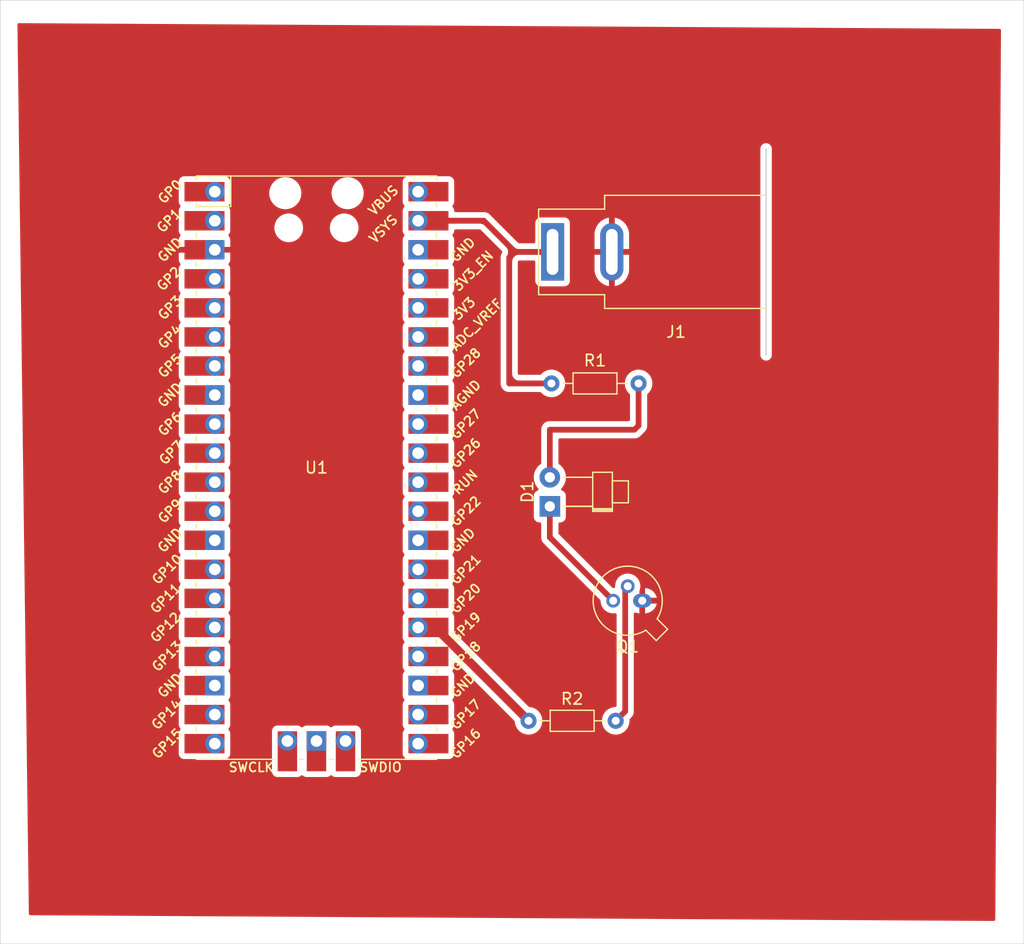
<source format=kicad_pcb>
(kicad_pcb (version 20240108) (generator "pcbnew") (generator_version "8.0")
  (layers (0 "F.Cu" signal) (31 "B.Cu" signal) (34 "B.Paste" user) (35 "F.Paste" user) (36 "B.SilkS" user "B.Silkscreen") (37 "F.SilkS" user "F.Silkscreen") (38 "B.Mask" user) (39 "F.Mask" user) (44 "Edge.Cuts" user))
  (net 0 "")
  (net 1 "GND")
  (net 2 "Net-(D1-K)")
  (net 3 "Net-(Q1-B)")
  (net 4 "Net-(U1-GPIO19)")
  (net 25 "VCC")
  (net 44 "Net-(D1-A)")
  (net 45 "unconnected-(U1-GND-Pad38)")
  (footprint "Resistor_THT:R_Axial_DIN0204_L3.6mm_D1.6mm_P7.62mm_Horizontal" (layer "F.Cu") (at 144.19 119.5)
    (property "Reference" "R2" (at 3.81 -1.92 0) (layer "F.SilkS"))
    (property "Value" "R_US")
    (fp_line (start 0.94 0) (end 1.89 0) (stroke (width 0.12)) (layer "F.SilkS"))
    (fp_line (start 1.89 -0.92) (end 1.89 0.92) (stroke (width 0.12)) (layer "F.SilkS"))
    (fp_line (start 1.89 0.92) (end 5.73 0.92) (stroke (width 0.12)) (layer "F.SilkS"))
    (fp_line (start 5.73 -0.92) (end 1.89 -0.92) (stroke (width 0.12)) (layer "F.SilkS"))
    (fp_line (start 5.73 0.92) (end 5.73 -0.92) (stroke (width 0.12)) (layer "F.SilkS"))
    (fp_line (start 6.68 0) (end 5.73 0) (stroke (width 0.12)) (layer "F.SilkS"))
    (pad "1" thru_hole circle (at 0 0) (size 1.4 1.4) (drill 0.7) (layers "*.Cu" "*.Mask") (net 4 "Net-(U1-GPIO19)"))
    (pad "2" thru_hole oval (at 7.62 0) (size 1.4 1.4) (drill 0.7) (layers "*.Cu" "*.Mask") (net 3 "Net-(Q1-B)"))
  )
  (footprint "Resistor_THT:R_Axial_DIN0204_L3.6mm_D1.6mm_P7.62mm_Horizontal" (layer "F.Cu") (at 146.19 90)
    (property "Reference" "R1" (at 3.81 -2 0) (layer "F.SilkS"))
    (property "Value" "R_US")
    (fp_line (start 0.94 0) (end 1.89 0) (stroke (width 0.12)) (layer "F.SilkS"))
    (fp_line (start 1.89 -0.92) (end 1.89 0.92) (stroke (width 0.12)) (layer "F.SilkS"))
    (fp_line (start 1.89 0.92) (end 5.73 0.92) (stroke (width 0.12)) (layer "F.SilkS"))
    (fp_line (start 5.73 -0.92) (end 1.89 -0.92) (stroke (width 0.12)) (layer "F.SilkS"))
    (fp_line (start 5.73 0.92) (end 5.73 -0.92) (stroke (width 0.12)) (layer "F.SilkS"))
    (fp_line (start 6.68 0) (end 5.73 0) (stroke (width 0.12)) (layer "F.SilkS"))
    (pad "1" thru_hole circle (at 0 0) (size 1.4 1.4) (drill 0.7) (layers "*.Cu" "*.Mask") (net 25 "VCC"))
    (pad "2" thru_hole oval (at 7.62 0) (size 1.4 1.4) (drill 0.7) (layers "*.Cu" "*.Mask") (net 44 "Net-(D1-A)"))
  )
  (footprint "LED_THT:LED_D1.8mm_W1.8mm_H2.4mm_Horizontal_O3.81mm_Z8.2mm" (layer "F.Cu") (at 146.05 100.75 90)
    (property "Reference" "D1" (at 1.27 -1.96 -90) (layer "F.SilkS"))
    (property "Value" "LED")
    (fp_line (start 2.54 1.08) (end 2.54 1.08) (stroke (width 0.12)) (layer "F.SilkS"))
    (fp_line (start 2.54 1.08) (end 2.54 3.75) (stroke (width 0.12)) (layer "F.SilkS"))
    (fp_line (start 0 1.08) (end 0 1.08) (stroke (width 0.12)) (layer "F.SilkS"))
    (fp_line (start 0 1.08) (end 0 3.75) (stroke (width 0.12)) (layer "F.SilkS"))
    (fp_line (start 2.98 3.75) (end -0.44 3.75) (stroke (width 0.12)) (layer "F.SilkS"))
    (fp_line (start 2.54 3.75) (end 2.54 1.08) (stroke (width 0.12)) (layer "F.SilkS"))
    (fp_line (start 2.54 3.75) (end 2.54 3.75) (stroke (width 0.12)) (layer "F.SilkS"))
    (fp_line (start 0 3.75) (end 0 1.08) (stroke (width 0.12)) (layer "F.SilkS"))
    (fp_line (start 0 3.75) (end 0 3.75) (stroke (width 0.12)) (layer "F.SilkS"))
    (fp_line (start -0.2 3.75) (end -0.2 5.47) (stroke (width 0.12)) (layer "F.SilkS"))
    (fp_line (start -0.32 3.75) (end -0.32 5.47) (stroke (width 0.12)) (layer "F.SilkS"))
    (fp_line (start -0.44 3.75) (end -0.44 5.47) (stroke (width 0.12)) (layer "F.SilkS"))
    (fp_line (start 2.98 5.47) (end 2.98 3.75) (stroke (width 0.12)) (layer "F.SilkS"))
    (fp_line (start 2.23 5.47) (end 0.31 5.47) (stroke (width 0.12)) (layer "F.SilkS"))
    (fp_line (start 0.31 5.47) (end 0.31 6.87) (stroke (width 0.12)) (layer "F.SilkS"))
    (fp_line (start -0.44 5.47) (end 2.98 5.47) (stroke (width 0.12)) (layer "F.SilkS"))
    (fp_line (start 2.23 6.87) (end 2.23 5.47) (stroke (width 0.12)) (layer "F.SilkS"))
    (fp_line (start 0.31 6.87) (end 2.23 6.87) (stroke (width 0.12)) (layer "F.SilkS"))
    (pad "1" thru_hole rect (at 0 0 90) (size 1.8 1.8) (drill 0.9) (layers "*.Cu" "*.Mask") (net 2 "Net-(D1-K)"))
    (pad "2" thru_hole circle (at 2.54 0 90) (size 1.8 1.8) (drill 0.9) (layers "*.Cu" "*.Mask") (net 44 "Net-(D1-A)"))
  )
  (footprint "MCU_RaspberryPi_and_Boards:RPi_Pico_SMD_TH" (layer "F.Cu") (at 125.645552 97.365552)
    (property "Reference" "U1" (at 0 0 0) (layer "F.SilkS"))
    (property "Value" "Pico")
    (fp_line (start -10.5 -25.5) (end -10.5 -25.2) (stroke (width 0.12)) (layer "F.SilkS"))
    (fp_line (start -10.5 -25.5) (end 10.5 -25.5) (stroke (width 0.12)) (layer "F.SilkS"))
    (fp_line (start -10.5 -23.1) (end -10.5 -22.7) (stroke (width 0.12)) (layer "F.SilkS"))
    (fp_line (start -10.5 -22.833) (end -7.493 -22.833) (stroke (width 0.12)) (layer "F.SilkS"))
    (fp_line (start -10.5 -20.5) (end -10.5 -20.1) (stroke (width 0.12)) (layer "F.SilkS"))
    (fp_line (start -10.5 -18) (end -10.5 -17.6) (stroke (width 0.12)) (layer "F.SilkS"))
    (fp_line (start -10.5 -15.4) (end -10.5 -15) (stroke (width 0.12)) (layer "F.SilkS"))
    (fp_line (start -10.5 -12.9) (end -10.5 -12.5) (stroke (width 0.12)) (layer "F.SilkS"))
    (fp_line (start -10.5 -10.4) (end -10.5 -10) (stroke (width 0.12)) (layer "F.SilkS"))
    (fp_line (start -10.5 -7.8) (end -10.5 -7.4) (stroke (width 0.12)) (layer "F.SilkS"))
    (fp_line (start -10.5 -5.3) (end -10.5 -4.9) (stroke (width 0.12)) (layer "F.SilkS"))
    (fp_line (start -10.5 -2.7) (end -10.5 -2.3) (stroke (width 0.12)) (layer "F.SilkS"))
    (fp_line (start -10.5 -0.2) (end -10.5 0.2) (stroke (width 0.12)) (layer "F.SilkS"))
    (fp_line (start -10.5 2.3) (end -10.5 2.7) (stroke (width 0.12)) (layer "F.SilkS"))
    (fp_line (start -10.5 4.9) (end -10.5 5.3) (stroke (width 0.12)) (layer "F.SilkS"))
    (fp_line (start -10.5 7.4) (end -10.5 7.8) (stroke (width 0.12)) (layer "F.SilkS"))
    (fp_line (start -10.5 10) (end -10.5 10.4) (stroke (width 0.12)) (layer "F.SilkS"))
    (fp_line (start -10.5 12.5) (end -10.5 12.9) (stroke (width 0.12)) (layer "F.SilkS"))
    (fp_line (start -10.5 15.1) (end -10.5 15.5) (stroke (width 0.12)) (layer "F.SilkS"))
    (fp_line (start -10.5 17.6) (end -10.5 18) (stroke (width 0.12)) (layer "F.SilkS"))
    (fp_line (start -10.5 20.1) (end -10.5 20.5) (stroke (width 0.12)) (layer "F.SilkS"))
    (fp_line (start -10.5 22.7) (end -10.5 23.1) (stroke (width 0.12)) (layer "F.SilkS"))
    (fp_line (start -7.493 -22.833) (end -7.493 -25.5) (stroke (width 0.12)) (layer "F.SilkS"))
    (fp_line (start -3.7 25.5) (end -10.5 25.5) (stroke (width 0.12)) (layer "F.SilkS"))
    (fp_line (start -1.5 25.5) (end -1.1 25.5) (stroke (width 0.12)) (layer "F.SilkS"))
    (fp_line (start 1.1 25.5) (end 1.5 25.5) (stroke (width 0.12)) (layer "F.SilkS"))
    (fp_line (start 10.5 -25.5) (end 10.5 -25.2) (stroke (width 0.12)) (layer "F.SilkS"))
    (fp_line (start 10.5 -23.1) (end 10.5 -22.7) (stroke (width 0.12)) (layer "F.SilkS"))
    (fp_line (start 10.5 -20.5) (end 10.5 -20.1) (stroke (width 0.12)) (layer "F.SilkS"))
    (fp_line (start 10.5 -18) (end 10.5 -17.6) (stroke (width 0.12)) (layer "F.SilkS"))
    (fp_line (start 10.5 -15.4) (end 10.5 -15) (stroke (width 0.12)) (layer "F.SilkS"))
    (fp_line (start 10.5 -12.9) (end 10.5 -12.5) (stroke (width 0.12)) (layer "F.SilkS"))
    (fp_line (start 10.5 -10.4) (end 10.5 -10) (stroke (width 0.12)) (layer "F.SilkS"))
    (fp_line (start 10.5 -7.8) (end 10.5 -7.4) (stroke (width 0.12)) (layer "F.SilkS"))
    (fp_line (start 10.5 -5.3) (end 10.5 -4.9) (stroke (width 0.12)) (layer "F.SilkS"))
    (fp_line (start 10.5 -2.7) (end 10.5 -2.3) (stroke (width 0.12)) (layer "F.SilkS"))
    (fp_line (start 10.5 -0.2) (end 10.5 0.2) (stroke (width 0.12)) (layer "F.SilkS"))
    (fp_line (start 10.5 2.3) (end 10.5 2.7) (stroke (width 0.12)) (layer "F.SilkS"))
    (fp_line (start 10.5 4.9) (end 10.5 5.3) (stroke (width 0.12)) (layer "F.SilkS"))
    (fp_line (start 10.5 7.4) (end 10.5 7.8) (stroke (width 0.12)) (layer "F.SilkS"))
    (fp_line (start 10.5 10) (end 10.5 10.4) (stroke (width 0.12)) (layer "F.SilkS"))
    (fp_line (start 10.5 12.5) (end 10.5 12.9) (stroke (width 0.12)) (layer "F.SilkS"))
    (fp_line (start 10.5 15.1) (end 10.5 15.5) (stroke (width 0.12)) (layer "F.SilkS"))
    (fp_line (start 10.5 17.6) (end 10.5 18) (stroke (width 0.12)) (layer "F.SilkS"))
    (fp_line (start 10.5 20.1) (end 10.5 20.5) (stroke (width 0.12)) (layer "F.SilkS"))
    (fp_line (start 10.5 22.7) (end 10.5 23.1) (stroke (width 0.12)) (layer "F.SilkS"))
    (fp_line (start 10.5 25.5) (end 3.7 25.5) (stroke (width 0.12)) (layer "F.SilkS"))
    (fp_text user "GP3" (at -12.8 -13.97 45) (layer "F.SilkS") (effects (font (size 0.8 0.8))))
    (fp_text user "SWCLK" (at -5.7 26.2 0) (layer "F.SilkS") (effects (font (size 0.8 0.8))))
    (fp_text user "GP0" (at -12.8 -24.13 45) (layer "F.SilkS") (effects (font (size 0.8 0.8))))
    (fp_text user "GND" (at -12.8 -6.35 45) (layer "F.SilkS") (effects (font (size 0.8 0.8))))
    (fp_text user "GP12" (at -13.2 13.97 45) (layer "F.SilkS") (effects (font (size 0.8 0.8))))
    (fp_text user "GP9" (at -12.8 3.81 45) (layer "F.SilkS") (effects (font (size 0.8 0.8))))
    (fp_text user "GP6" (at -12.8 -3.81 45) (layer "F.SilkS") (effects (font (size 0.8 0.8))))
    (fp_text user "GP17" (at 13.054 21.59 45) (layer "F.SilkS") (effects (font (size 0.8 0.8))))
    (fp_text user "GND" (at 12.8 6.35 45) (layer "F.SilkS") (effects (font (size 0.8 0.8))))
    (fp_text user "GP8" (at -12.8 1.27 45) (layer "F.SilkS") (effects (font (size 0.8 0.8))))
    (fp_text user "3V3" (at 12.9 -13.9 45) (layer "F.SilkS") (effects (font (size 0.8 0.8))))
    (fp_text user "GP20" (at 13.054 11.43 45) (layer "F.SilkS") (effects (font (size 0.8 0.8))))
    (fp_text user "GP11" (at -13.2 11.43 45) (layer "F.SilkS") (effects (font (size 0.8 0.8))))
    (fp_text user "GP15" (at -13.054 24.13 45) (layer "F.SilkS") (effects (font (size 0.8 0.8))))
    (fp_text user "GND" (at 12.8 -19.05 45) (layer "F.SilkS") (effects (font (size 0.8 0.8))))
    (fp_text user "GP14" (at -13.1 21.59 45) (layer "F.SilkS") (effects (font (size 0.8 0.8))))
    (fp_text user "RUN" (at 13 1.27 45) (layer "F.SilkS") (effects (font (size 0.8 0.8))))
    (fp_text user "GP26" (at 13.054 -1.27 45) (layer "F.SilkS") (effects (font (size 0.8 0.8))))
    (fp_text user "3V3_EN" (at 13.7 -17.2 45) (layer "F.SilkS") (effects (font (size 0.8 0.8))))
    (fp_text user "GP2" (at -12.9 -16.51 45) (layer "F.SilkS") (effects (font (size 0.8 0.8))))
    (fp_text user "GP4" (at -12.8 -11.43 45) (layer "F.SilkS") (effects (font (size 0.8 0.8))))
    (fp_text user "GP13" (at -13.054 16.51 45) (layer "F.SilkS") (effects (font (size 0.8 0.8))))
    (fp_text user "GND" (at -12.8 19.05 45) (layer "F.SilkS") (effects (font (size 0.8 0.8))))
    (fp_text user "GP7" (at -12.7 -1.3 45) (layer "F.SilkS") (effects (font (size 0.8 0.8))))
    (fp_text user "GND" (at 12.8 19.05 45) (layer "F.SilkS") (effects (font (size 0.8 0.8))))
    (fp_text user "GP19" (at 13.054 13.97 45) (layer "F.SilkS") (effects (font (size 0.8 0.8))))
    (fp_text user "GND" (at -12.8 -19.05 45) (layer "F.SilkS") (effects (font (size 0.8 0.8))))
    (fp_text user "GP21" (at 13.054 8.9 45) (layer "F.SilkS") (effects (font (size 0.8 0.8))))
    (fp_text user "GP16" (at 13.054 24.13 45) (layer "F.SilkS") (effects (font (size 0.8 0.8))))
    (fp_text user "ADC_VREF" (at 14 -12.5 45) (layer "F.SilkS") (effects (font (size 0.8 0.8))))
    (fp_text user "VBUS" (at 5.854448 -23.365552 45) (layer "F.SilkS") (effects (font (size 0.8 0.8))))
    (fp_text user "GP22" (at 13.054 3.81 45) (layer "F.SilkS") (effects (font (size 0.8 0.8))))
    (fp_text user "GP27" (at 13.054 -3.8 45) (layer "F.SilkS") (effects (font (size 0.8 0.8))))
    (fp_text user "GP1" (at -12.9 -21.6 45) (layer "F.SilkS") (effects (font (size 0.8 0.8))))
    (fp_text user "AGND" (at 13.054 -6.35 45) (layer "F.SilkS") (effects (font (size 0.8 0.8))))
    (fp_text user "GP10" (at -13.054 8.89 45) (layer "F.SilkS") (effects (font (size 0.8 0.8))))
    (fp_text user "GND" (at -12.8 6.35 45) (layer "F.SilkS") (effects (font (size 0.8 0.8))))
    (fp_text user "GP5" (at -12.8 -8.89 45) (layer "F.SilkS") (effects (font (size 0.8 0.8))))
    (fp_text user "SWDIO" (at 5.6 26.2 0) (layer "F.SilkS") (effects (font (size 0.8 0.8))))
    (fp_text user "GP28" (at 13.054 -9.144 45) (layer "F.SilkS") (effects (font (size 0.8 0.8))))
    (fp_text user "GP18" (at 13.054 16.51 45) (layer "F.SilkS") (effects (font (size 0.8 0.8))))
    (fp_text user "VSYS" (at 5.854448 -20.865552 45) (layer "F.SilkS") (effects (font (size 0.8 0.8))))
    (pad "" np_thru_hole oval (at -2.725 -24) (size 1.8 1.8) (drill 1.8) (layers "*.Cu" "*.Mask"))
    (pad "" np_thru_hole oval (at -2.425 -20.97) (size 1.5 1.5) (drill 1.5) (layers "*.Cu" "*.Mask"))
    (pad "" np_thru_hole oval (at 2.425 -20.97) (size 1.5 1.5) (drill 1.5) (layers "*.Cu" "*.Mask"))
    (pad "" np_thru_hole oval (at 2.725 -24) (size 1.8 1.8) (drill 1.8) (layers "*.Cu" "*.Mask"))
    (pad "1" thru_hole oval (at -8.89 -24.13) (size 1.7 1.7) (drill 1.02) (layers "*.Cu" "*.Mask"))
    (pad "1" smd rect (at -8.89 -24.13) (size 3.5 1.7) (drill (offset -0.9 0)) (layers "F.Cu" "F.Mask"))
    (pad "2" thru_hole oval (at -8.89 -21.59) (size 1.7 1.7) (drill 1.02) (layers "*.Cu" "*.Mask"))
    (pad "2" smd rect (at -8.89 -21.59) (size 3.5 1.7) (drill (offset -0.9 0)) (layers "F.Cu" "F.Mask"))
    (pad "3" thru_hole rect (at -8.89 -19.05) (size 1.7 1.7) (drill 1.02) (layers "*.Cu" "*.Mask") (net 1 "GND"))
    (pad "3" smd rect (at -8.89 -19.05) (size 3.5 1.7) (drill (offset -0.9 0)) (layers "F.Cu" "F.Mask") (net 1 "GND"))
    (pad "4" thru_hole oval (at -8.89 -16.51) (size 1.7 1.7) (drill 1.02) (layers "*.Cu" "*.Mask"))
    (pad "4" smd rect (at -8.89 -16.51) (size 3.5 1.7) (drill (offset -0.9 0)) (layers "F.Cu" "F.Mask"))
    (pad "5" thru_hole oval (at -8.89 -13.97) (size 1.7 1.7) (drill 1.02) (layers "*.Cu" "*.Mask"))
    (pad "5" smd rect (at -8.89 -13.97) (size 3.5 1.7) (drill (offset -0.9 0)) (layers "F.Cu" "F.Mask"))
    (pad "6" thru_hole oval (at -8.89 -11.43) (size 1.7 1.7) (drill 1.02) (layers "*.Cu" "*.Mask"))
    (pad "6" smd rect (at -8.89 -11.43) (size 3.5 1.7) (drill (offset -0.9 0)) (layers "F.Cu" "F.Mask"))
    (pad "7" thru_hole oval (at -8.89 -8.89) (size 1.7 1.7) (drill 1.02) (layers "*.Cu" "*.Mask"))
    (pad "7" smd rect (at -8.89 -8.89) (size 3.5 1.7) (drill (offset -0.9 0)) (layers "F.Cu" "F.Mask"))
    (pad "8" thru_hole rect (at -8.89 -6.35) (size 1.7 1.7) (drill 1.02) (layers "*.Cu" "*.Mask"))
    (pad "8" smd rect (at -8.89 -6.35) (size 3.5 1.7) (drill (offset -0.9 0)) (layers "F.Cu" "F.Mask"))
    (pad "9" thru_hole oval (at -8.89 -3.81) (size 1.7 1.7) (drill 1.02) (layers "*.Cu" "*.Mask"))
    (pad "9" smd rect (at -8.89 -3.81) (size 3.5 1.7) (drill (offset -0.9 0)) (layers "F.Cu" "F.Mask"))
    (pad "10" thru_hole oval (at -8.89 -1.27) (size 1.7 1.7) (drill 1.02) (layers "*.Cu" "*.Mask"))
    (pad "10" smd rect (at -8.89 -1.27) (size 3.5 1.7) (drill (offset -0.9 0)) (layers "F.Cu" "F.Mask"))
    (pad "11" thru_hole oval (at -8.89 1.27) (size 1.7 1.7) (drill 1.02) (layers "*.Cu" "*.Mask"))
    (pad "11" smd rect (at -8.89 1.27) (size 3.5 1.7) (drill (offset -0.9 0)) (layers "F.Cu" "F.Mask"))
    (pad "12" thru_hole oval (at -8.89 3.81) (size 1.7 1.7) (drill 1.02) (layers "*.Cu" "*.Mask"))
    (pad "12" smd rect (at -8.89 3.81) (size 3.5 1.7) (drill (offset -0.9 0)) (layers "F.Cu" "F.Mask"))
    (pad "13" thru_hole rect (at -8.89 6.35) (size 1.7 1.7) (drill 1.02) (layers "*.Cu" "*.Mask"))
    (pad "13" smd rect (at -8.89 6.35) (size 3.5 1.7) (drill (offset -0.9 0)) (layers "F.Cu" "F.Mask"))
    (pad "14" thru_hole oval (at -8.89 8.89) (size 1.7 1.7) (drill 1.02) (layers "*.Cu" "*.Mask"))
    (pad "14" smd rect (at -8.89 8.89) (size 3.5 1.7) (drill (offset -0.9 0)) (layers "F.Cu" "F.Mask"))
    (pad "15" thru_hole oval (at -8.89 11.43) (size 1.7 1.7) (drill 1.02) (layers "*.Cu" "*.Mask"))
    (pad "15" smd rect (at -8.89 11.43) (size 3.5 1.7) (drill (offset -0.9 0)) (layers "F.Cu" "F.Mask"))
    (pad "16" thru_hole oval (at -8.89 13.97) (size 1.7 1.7) (drill 1.02) (layers "*.Cu" "*.Mask"))
    (pad "16" smd rect (at -8.89 13.97) (size 3.5 1.7) (drill (offset -0.9 0)) (layers "F.Cu" "F.Mask"))
    (pad "17" thru_hole oval (at -8.89 16.51) (size 1.7 1.7) (drill 1.02) (layers "*.Cu" "*.Mask"))
    (pad "17" smd rect (at -8.89 16.51) (size 3.5 1.7) (drill (offset -0.9 0)) (layers "F.Cu" "F.Mask"))
    (pad "18" thru_hole rect (at -8.89 19.05) (size 1.7 1.7) (drill 1.02) (layers "*.Cu" "*.Mask"))
    (pad "18" smd rect (at -8.89 19.05) (size 3.5 1.7) (drill (offset -0.9 0)) (layers "F.Cu" "F.Mask"))
    (pad "19" thru_hole oval (at -8.89 21.59) (size 1.7 1.7) (drill 1.02) (layers "*.Cu" "*.Mask"))
    (pad "19" smd rect (at -8.89 21.59) (size 3.5 1.7) (drill (offset -0.9 0)) (layers "F.Cu" "F.Mask"))
    (pad "20" thru_hole oval (at -8.89 24.13) (size 1.7 1.7) (drill 1.02) (layers "*.Cu" "*.Mask"))
    (pad "20" smd rect (at -8.89 24.13) (size 3.5 1.7) (drill (offset -0.9 0)) (layers "F.Cu" "F.Mask"))
    (pad "21" thru_hole oval (at 8.89 24.13) (size 1.7 1.7) (drill 1.02) (layers "*.Cu" "*.Mask"))
    (pad "21" smd rect (at 8.89 24.13) (size 3.5 1.7) (drill (offset 0.9 0)) (layers "F.Cu" "F.Mask"))
    (pad "22" thru_hole oval (at 8.89 21.59) (size 1.7 1.7) (drill 1.02) (layers "*.Cu" "*.Mask"))
    (pad "22" smd rect (at 8.89 21.59) (size 3.5 1.7) (drill (offset 0.9 0)) (layers "F.Cu" "F.Mask"))
    (pad "23" thru_hole rect (at 8.89 19.05) (size 1.7 1.7) (drill 1.02) (layers "*.Cu" "*.Mask"))
    (pad "23" smd rect (at 8.89 19.05) (size 3.5 1.7) (drill (offset 0.9 0)) (layers "F.Cu" "F.Mask"))
    (pad "24" thru_hole oval (at 8.89 16.51) (size 1.7 1.7) (drill 1.02) (layers "*.Cu" "*.Mask") (net 4 "Net-(U1-GPIO19)"))
    (pad "24" smd rect (at 8.89 16.51) (size 3.5 1.7) (drill (offset 0.9 0)) (layers "F.Cu" "F.Mask") (net 4 "Net-(U1-GPIO19)"))
    (pad "25" thru_hole oval (at 8.89 13.97) (size 1.7 1.7) (drill 1.02) (layers "*.Cu" "*.Mask") (net 4 "Net-(U1-GPIO19)"))
    (pad "25" smd rect (at 8.89 13.97) (size 3.5 1.7) (drill (offset 0.9 0)) (layers "F.Cu" "F.Mask") (net 4 "Net-(U1-GPIO19)"))
    (pad "26" thru_hole oval (at 8.89 11.43) (size 1.7 1.7) (drill 1.02) (layers "*.Cu" "*.Mask"))
    (pad "26" smd rect (at 8.89 11.43) (size 3.5 1.7) (drill (offset 0.9 0)) (layers "F.Cu" "F.Mask"))
    (pad "27" thru_hole oval (at 8.89 8.89) (size 1.7 1.7) (drill 1.02) (layers "*.Cu" "*.Mask"))
    (pad "27" smd rect (at 8.89 8.89) (size 3.5 1.7) (drill (offset 0.9 0)) (layers "F.Cu" "F.Mask"))
    (pad "28" thru_hole rect (at 8.89 6.35) (size 1.7 1.7) (drill 1.02) (layers "*.Cu" "*.Mask"))
    (pad "28" smd rect (at 8.89 6.35) (size 3.5 1.7) (drill (offset 0.9 0)) (layers "F.Cu" "F.Mask"))
    (pad "29" thru_hole oval (at 8.89 3.81) (size 1.7 1.7) (drill 1.02) (layers "*.Cu" "*.Mask"))
    (pad "29" smd rect (at 8.89 3.81) (size 3.5 1.7) (drill (offset 0.9 0)) (layers "F.Cu" "F.Mask"))
    (pad "30" thru_hole oval (at 8.89 1.27) (size 1.7 1.7) (drill 1.02) (layers "*.Cu" "*.Mask"))
    (pad "30" smd rect (at 8.89 1.27) (size 3.5 1.7) (drill (offset 0.9 0)) (layers "F.Cu" "F.Mask"))
    (pad "31" thru_hole oval (at 8.89 -1.27) (size 1.7 1.7) (drill 1.02) (layers "*.Cu" "*.Mask"))
    (pad "31" smd rect (at 8.89 -1.27) (size 3.5 1.7) (drill (offset 0.9 0)) (layers "F.Cu" "F.Mask"))
    (pad "32" thru_hole oval (at 8.89 -3.81) (size 1.7 1.7) (drill 1.02) (layers "*.Cu" "*.Mask"))
    (pad "32" smd rect (at 8.89 -3.81) (size 3.5 1.7) (drill (offset 0.9 0)) (layers "F.Cu" "F.Mask"))
    (pad "33" thru_hole rect (at 8.89 -6.35) (size 1.7 1.7) (drill 1.02) (layers "*.Cu" "*.Mask"))
    (pad "33" smd rect (at 8.89 -6.35) (size 3.5 1.7) (drill (offset 0.9 0)) (layers "F.Cu" "F.Mask"))
    (pad "34" thru_hole oval (at 8.89 -8.89) (size 1.7 1.7) (drill 1.02) (layers "*.Cu" "*.Mask"))
    (pad "34" smd rect (at 8.89 -8.89) (size 3.5 1.7) (drill (offset 0.9 0)) (layers "F.Cu" "F.Mask"))
    (pad "35" thru_hole oval (at 8.89 -11.43) (size 1.7 1.7) (drill 1.02) (layers "*.Cu" "*.Mask"))
    (pad "35" smd rect (at 8.89 -11.43) (size 3.5 1.7) (drill (offset 0.9 0)) (layers "F.Cu" "F.Mask"))
    (pad "36" thru_hole oval (at 8.89 -13.97) (size 1.7 1.7) (drill 1.02) (layers "*.Cu" "*.Mask"))
    (pad "36" smd rect (at 8.89 -13.97) (size 3.5 1.7) (drill (offset 0.9 0)) (layers "F.Cu" "F.Mask"))
    (pad "37" thru_hole oval (at 8.89 -16.51) (size 1.7 1.7) (drill 1.02) (layers "*.Cu" "*.Mask"))
    (pad "37" smd rect (at 8.89 -16.51) (size 3.5 1.7) (drill (offset 0.9 0)) (layers "F.Cu" "F.Mask"))
    (pad "38" thru_hole rect (at 8.89 -19.05) (size 1.7 1.7) (drill 1.02) (layers "*.Cu" "*.Mask") (net 45 "unconnected-(U1-GND-Pad38)"))
    (pad "38" smd rect (at 8.89 -19.05) (size 3.5 1.7) (drill (offset 0.9 0)) (layers "F.Cu" "F.Mask") (net 45 "unconnected-(U1-GND-Pad38)"))
    (pad "39" thru_hole oval (at 8.89 -21.59) (size 1.7 1.7) (drill 1.02) (layers "*.Cu" "*.Mask") (net 25 "VCC"))
    (pad "39" smd rect (at 8.89 -21.59) (size 3.5 1.7) (drill (offset 0.9 0)) (layers "F.Cu" "F.Mask") (net 25 "VCC"))
    (pad "40" thru_hole oval (at 8.89 -24.13) (size 1.7 1.7) (drill 1.02) (layers "*.Cu" "*.Mask"))
    (pad "40" smd rect (at 8.89 -24.13) (size 3.5 1.7) (drill (offset 0.9 0)) (layers "F.Cu" "F.Mask"))
    (pad "41" thru_hole oval (at -2.54 23.9) (size 1.7 1.7) (drill 1.02) (layers "*.Cu" "*.Mask"))
    (pad "41" smd rect (at -2.54 23.9 90) (size 3.5 1.7) (drill (offset -0.9 0)) (layers "F.Cu" "F.Mask"))
    (pad "42" thru_hole rect (at 0 23.9) (size 1.7 1.7) (drill 1.02) (layers "*.Cu" "*.Mask"))
    (pad "42" smd rect (at 0 23.9 90) (size 3.5 1.7) (drill (offset -0.9 0)) (layers "F.Cu" "F.Mask"))
    (pad "43" thru_hole oval (at 2.54 23.9) (size 1.7 1.7) (drill 1.02) (layers "*.Cu" "*.Mask"))
    (pad "43" smd rect (at 2.54 23.9 90) (size 3.5 1.7) (drill (offset -0.9 0)) (layers "F.Cu" "F.Mask"))
  )
  (footprint "Package_TO_SOT_THT:TO-18-3" (layer "F.Cu") (at 154.130552 109 180)
    (property "Reference" "Q1" (at 1.27 -4.02 180) (layer "F.SilkS"))
    (property "Value" "BC107")
    (fp_line (start -0.312331 -2.572281) (end -1.224499 -3.484448) (stroke (width 0.12)) (layer "F.SilkS"))
    (fp_line (start -1.224499 -3.484448) (end -2.214448 -2.494499) (stroke (width 0.12)) (layer "F.SilkS"))
    (fp_line (start -2.214448 -2.494499) (end -1.302281 -1.582331) (stroke (width 0.12)) (layer "F.SilkS"))
    (fp_arc (start -0.312331 -2.572281) (mid 3.405374 2.135551) (end -1.30215 -1.582544) (stroke (width 0.12)) (layer "F.SilkS"))
    (pad "1" thru_hole oval (at 0 0 180) (size 1.6 1.2) (drill 0.7) (layers "*.Cu" "*.Mask") (net 1 "GND"))
    (pad "2" thru_hole oval (at 1.27 1.27 180) (size 1.2 1.2) (drill 0.7) (layers "*.Cu" "*.Mask") (net 3 "Net-(Q1-B)"))
    (pad "3" thru_hole oval (at 2.54 0 180) (size 1.2 1.2) (drill 0.7) (layers "*.Cu" "*.Mask") (net 2 "Net-(D1-K)"))
  )
  (footprint "Connector_BarrelJack:BarrelJack_SwitchcraftConxall_RAPC10U_Horizontal" (layer "F.Cu") (at 146.29 78.5 180)
    (property "Reference" "J1" (at -10.8 -7 180) (layer "F.SilkS"))
    (property "Value" "Barrel_Jack")
    (fp_line (start 1.22 3.74) (end 1.22 -3.74) (stroke (width 0.12)) (layer "F.SilkS"))
    (fp_line (start 1.22 -3.74) (end -4.55 -3.74) (stroke (width 0.12)) (layer "F.SilkS"))
    (fp_line (start -4.55 4.945) (end -4.55 3.74) (stroke (width 0.12)) (layer "F.SilkS"))
    (fp_line (start -4.55 3.74) (end 1.22 3.74) (stroke (width 0.12)) (layer "F.SilkS"))
    (fp_line (start -4.55 -3.74) (end -4.55 -4.945) (stroke (width 0.12)) (layer "F.SilkS"))
    (fp_line (start -4.55 -4.945) (end -18.55 -4.945) (stroke (width 0.12)) (layer "F.SilkS"))
    (fp_line (start -18.55 4.945) (end -4.55 4.945) (stroke (width 0.12)) (layer "F.SilkS"))
    (fp_line (start -18.67 -9) (end -18.67 9) (stroke (width 0.12)) (layer "Edge.Cuts"))
    (pad "1" thru_hole rect (at 0 0 180) (size 2.02 5.02) (drill oval 1.02 4.02) (layers "*.Cu" "*.Mask") (net 25 "VCC"))
    (pad "2" thru_hole oval (at -5.18 0 180) (size 2.02 5.02) (drill oval 1.02 4.02) (layers "*.Cu" "*.Mask") (net 1 "GND"))
  )
  (gr_rect (start 98 56.5) (end 187.5 139) (stroke (width 0.05)) (fill none) (layer "Edge.Cuts"))
  (segment (start 151.47 78.5) (end 151.47 86.47) (width 0.5) (layer "F.Cu") (net 1))
  (segment (start 151.47 78.5) (end 151.47 69.47) (width 0.5) (layer "F.Cu") (net 1))
  (segment (start 107.684448 69.815552) (end 107.684448 78.315552) (width 0.5) (layer "F.Cu") (net 1))
  (segment (start 107.684448 78.315552) (end 116.755552 78.315552) (width 0.5) (layer "F.Cu") (net 1))
  (segment (start 162.5 87.5) (end 162.5 104.5) (width 0.5) (layer "F.Cu") (net 1))
  (segment (start 158 109) (end 162.5 104.5) (width 0.5) (layer "F.Cu") (net 1))
  (segment (start 154.130552 109) (end 158 109) (width 0.5) (layer "F.Cu") (net 1))
  (segment (start 150.5 68.5) (end 109 68.5) (width 0.5) (layer "F.Cu") (net 1))
  (segment (start 109 68.5) (end 107.684448 69.815552) (width 0.5) (layer "F.Cu") (net 1))
  (segment (start 152.5 87.5) (end 162.5 87.5) (width 0.5) (layer "F.Cu") (net 1))
  (segment (start 107.5 78.5) (end 107.684448 78.315552) (width 0.2) (layer "F.Cu") (net 1))
  (segment (start 151.47 69.47) (end 150.5 68.5) (width 0.5) (layer "F.Cu") (net 1))
  (segment (start 151.47 86.47) (end 152.5 87.5) (width 0.5) (layer "F.Cu") (net 1))
  (segment (start 146.05 103.459448) (end 146.05 100.75) (width 0.5) (layer "F.Cu") (net 2))
  (segment (start 151.590552 109) (end 146.05 103.459448) (width 0.5) (layer "F.Cu") (net 2))
  (segment (start 152.640552 118.669448) (end 152.640552 107.95) (width 0.5) (layer "F.Cu") (net 3))
  (segment (start 152.640552 107.95) (end 152.860552 107.73) (width 0.5) (layer "F.Cu") (net 3))
  (segment (start 151.81 119.5) (end 152.640552 118.669448) (width 0.5) (layer "F.Cu") (net 3))
  (segment (start 136.025552 111.335552) (end 134.535552 111.335552) (width 0.2) (layer "F.Cu") (net 4))
  (segment (start 144.19 119.5) (end 136.025552 111.335552) (width 0.75) (layer "F.Cu") (net 4))
  (segment (start 134.871104 111) (end 134.535552 111.335552) (width 0.2) (layer "F.Cu") (net 4))
  (segment (start 143 78.5) (end 140.275552 75.775552) (width 0.5) (layer "F.Cu") (net 25))
  (segment (start 142.5 79) (end 142.5 90) (width 0.5) (layer "F.Cu") (net 25))
  (segment (start 142.5 90) (end 146.19 90) (width 0.5) (layer "F.Cu") (net 25))
  (segment (start 146.29 90.1) (end 146.19 90) (width 0.2) (layer "F.Cu") (net 25))
  (segment (start 146.29 78.5) (end 143 78.5) (width 0.5) (layer "F.Cu") (net 25))
  (segment (start 140.275552 75.775552) (end 134.535552 75.775552) (width 0.5) (layer "F.Cu") (net 25))
  (segment (start 143 78.5) (end 142.5 79) (width 0.5) (layer "F.Cu") (net 25))
  (segment (start 153.45 94.05) (end 153.5 94) (width 0.2) (layer "F.Cu") (net 44))
  (segment (start 146.05 94.05) (end 146.05 98.21) (width 0.5) (layer "F.Cu") (net 44))
  (segment (start 153.81 93.69) (end 153.81 90) (width 0.5) (layer "F.Cu") (net 44))
  (segment (start 146.05 94.05) (end 153.45 94.05) (width 0.5) (layer "F.Cu") (net 44))
  (segment (start 153.5 94) (end 153.81 93.69) (width 0.5) (layer "F.Cu") (net 44))
  (segment (start 134.535552 78.315552) (end 136.184448 78.315552) (width 0.2) (layer "F.Cu") (net 45))
  (segment (start 136.095552 78.315552) (end 134.535552 78.315552) (width 0.2) (layer "F.Cu") (net 45))
  (zone (net 1) (net_name "GND") (layer "F.Cu") (priority 1) (connect_pads (clearance 0.5)) (min_thickness 0.25) (fill yes (thermal_gap 0.5) (thermal_bridge_width 0.5))
    (polygon (pts (xy 185 137) (xy 185.5 59) (xy 99.5 58.5) (xy 100.5 136.5)))
  )
  (zone (net 25) (net_name "VCC") (layer "F.Cu") (connect_pads (clearance 0.5)) (min_thickness 0.25) (fill yes (thermal_gap 0.5) (thermal_bridge_width 0.5))
    (polygon (pts (xy 180.5 131.5) (xy 180.5 63) (xy 103.5 63) (xy 104 131)))
  )
)
</source>
